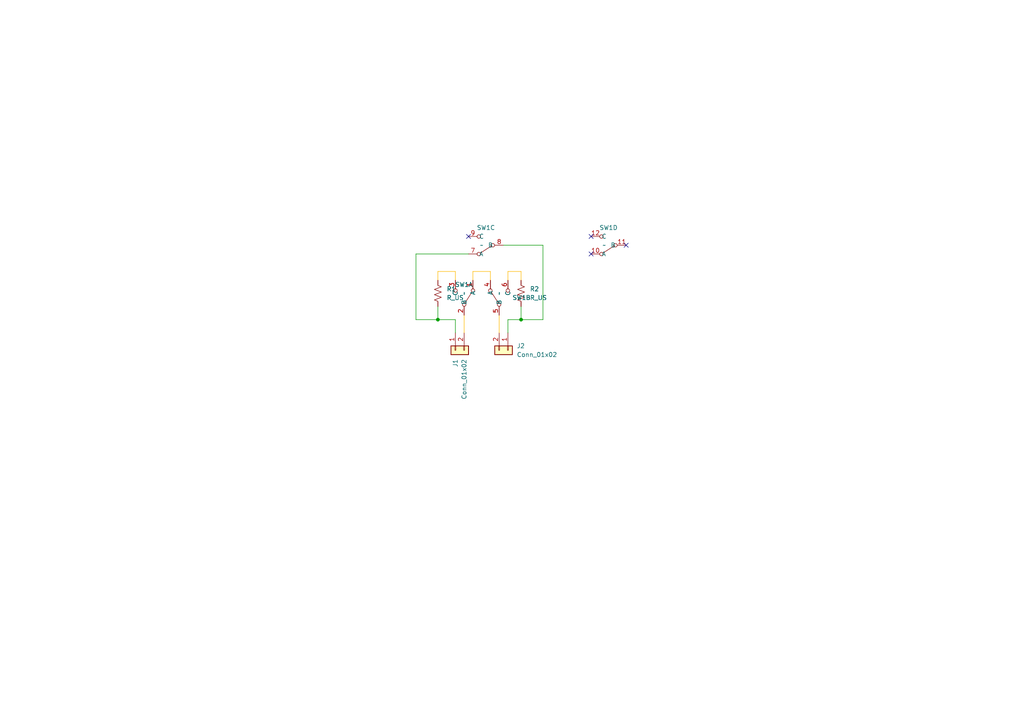
<source format=kicad_sch>
(kicad_sch (version 20230121) (generator eeschema)

  (uuid 110c4012-9f25-459c-a099-b530f2929070)

  (paper "A4")

  (lib_symbols
    (symbol "Connector_Generic:Conn_01x02" (pin_names (offset 1.016) hide) (in_bom yes) (on_board yes)
      (property "Reference" "J" (at 0 2.54 0)
        (effects (font (size 1.27 1.27)))
      )
      (property "Value" "Conn_01x02" (at 0 -5.08 0)
        (effects (font (size 1.27 1.27)))
      )
      (property "Footprint" "" (at 0 0 0)
        (effects (font (size 1.27 1.27)) hide)
      )
      (property "Datasheet" "~" (at 0 0 0)
        (effects (font (size 1.27 1.27)) hide)
      )
      (property "ki_keywords" "connector" (at 0 0 0)
        (effects (font (size 1.27 1.27)) hide)
      )
      (property "ki_description" "Generic connector, single row, 01x02, script generated (kicad-library-utils/schlib/autogen/connector/)" (at 0 0 0)
        (effects (font (size 1.27 1.27)) hide)
      )
      (property "ki_fp_filters" "Connector*:*_1x??_*" (at 0 0 0)
        (effects (font (size 1.27 1.27)) hide)
      )
      (symbol "Conn_01x02_1_1"
        (rectangle (start -1.27 -2.413) (end 0 -2.667)
          (stroke (width 0.1524) (type default))
          (fill (type none))
        )
        (rectangle (start -1.27 0.127) (end 0 -0.127)
          (stroke (width 0.1524) (type default))
          (fill (type none))
        )
        (rectangle (start -1.27 1.27) (end 1.27 -3.81)
          (stroke (width 0.254) (type default))
          (fill (type background))
        )
        (pin passive line (at -5.08 0 0) (length 3.81)
          (name "Pin_1" (effects (font (size 1.27 1.27))))
          (number "1" (effects (font (size 1.27 1.27))))
        )
        (pin passive line (at -5.08 -2.54 0) (length 3.81)
          (name "Pin_2" (effects (font (size 1.27 1.27))))
          (number "2" (effects (font (size 1.27 1.27))))
        )
      )
    )
    (symbol "Device:R_US" (pin_numbers hide) (pin_names (offset 0)) (in_bom yes) (on_board yes)
      (property "Reference" "R" (at 2.54 0 90)
        (effects (font (size 1.27 1.27)))
      )
      (property "Value" "R_US" (at -2.54 0 90)
        (effects (font (size 1.27 1.27)))
      )
      (property "Footprint" "" (at 1.016 -0.254 90)
        (effects (font (size 1.27 1.27)) hide)
      )
      (property "Datasheet" "~" (at 0 0 0)
        (effects (font (size 1.27 1.27)) hide)
      )
      (property "ki_keywords" "R res resistor" (at 0 0 0)
        (effects (font (size 1.27 1.27)) hide)
      )
      (property "ki_description" "Resistor, US symbol" (at 0 0 0)
        (effects (font (size 1.27 1.27)) hide)
      )
      (property "ki_fp_filters" "R_*" (at 0 0 0)
        (effects (font (size 1.27 1.27)) hide)
      )
      (symbol "R_US_0_1"
        (polyline
          (pts
            (xy 0 -2.286)
            (xy 0 -2.54)
          )
          (stroke (width 0) (type default))
          (fill (type none))
        )
        (polyline
          (pts
            (xy 0 2.286)
            (xy 0 2.54)
          )
          (stroke (width 0) (type default))
          (fill (type none))
        )
        (polyline
          (pts
            (xy 0 -0.762)
            (xy 1.016 -1.143)
            (xy 0 -1.524)
            (xy -1.016 -1.905)
            (xy 0 -2.286)
          )
          (stroke (width 0) (type default))
          (fill (type none))
        )
        (polyline
          (pts
            (xy 0 0.762)
            (xy 1.016 0.381)
            (xy 0 0)
            (xy -1.016 -0.381)
            (xy 0 -0.762)
          )
          (stroke (width 0) (type default))
          (fill (type none))
        )
        (polyline
          (pts
            (xy 0 2.286)
            (xy 1.016 1.905)
            (xy 0 1.524)
            (xy -1.016 1.143)
            (xy 0 0.762)
          )
          (stroke (width 0) (type default))
          (fill (type none))
        )
      )
      (symbol "R_US_1_1"
        (pin passive line (at 0 3.81 270) (length 1.27)
          (name "~" (effects (font (size 1.27 1.27))))
          (number "1" (effects (font (size 1.27 1.27))))
        )
        (pin passive line (at 0 -3.81 90) (length 1.27)
          (name "~" (effects (font (size 1.27 1.27))))
          (number "2" (effects (font (size 1.27 1.27))))
        )
      )
    )
    (symbol "Switch:4PDT" (in_bom yes) (on_board yes)
      (property "Reference" "SW" (at 0 5.08 0)
        (effects (font (size 1.27 1.27)))
      )
      (property "Value" "" (at 0 0 0)
        (effects (font (size 1.27 1.27)))
      )
      (property "Footprint" "" (at 0 0 0)
        (effects (font (size 1.27 1.27)) hide)
      )
      (property "Datasheet" "" (at 0 0 0)
        (effects (font (size 1.27 1.27)) hide)
      )
      (property "ki_locked" "" (at 0 0 0)
        (effects (font (size 1.27 1.27)))
      )
      (symbol "4PDT_0_0"
        (circle (center -3.2462 0.0215) (radius 0.508)
          (stroke (width 0) (type default))
          (fill (type none))
        )
        (circle (center 0.8178 -2.5185) (radius 0.508)
          (stroke (width 0) (type default))
          (fill (type none))
        )
      )
      (symbol "4PDT_0_1"
        (polyline
          (pts
            (xy -2.7382 0.2755)
            (xy 0.4368 2.3075)
          )
          (stroke (width 0) (type default))
          (fill (type none))
        )
        (circle (center 0.8178 2.5615) (radius 0.508)
          (stroke (width 0) (type default))
          (fill (type none))
        )
      )
      (symbol "4PDT_1_1"
        (pin passive line (at 3.81 2.54 180) (length 2.54)
          (name "A" (effects (font (size 1.27 1.27))))
          (number "1" (effects (font (size 1.27 1.27))))
        )
        (pin passive line (at -6.35 0 0) (length 2.54)
          (name "B" (effects (font (size 1.27 1.27))))
          (number "2" (effects (font (size 1.27 1.27))))
        )
        (pin passive line (at 3.81 -2.54 180) (length 2.54)
          (name "C" (effects (font (size 1.27 1.27))))
          (number "3" (effects (font (size 1.27 1.27))))
        )
      )
      (symbol "4PDT_2_1"
        (pin passive line (at 3.81 2.54 180) (length 2.54)
          (name "A" (effects (font (size 1.27 1.27))))
          (number "4" (effects (font (size 1.27 1.27))))
        )
        (pin passive line (at -6.35 0 0) (length 2.54)
          (name "B" (effects (font (size 1.27 1.27))))
          (number "5" (effects (font (size 1.27 1.27))))
        )
        (pin passive line (at 3.81 -2.54 180) (length 2.54)
          (name "C" (effects (font (size 1.27 1.27))))
          (number "6" (effects (font (size 1.27 1.27))))
        )
      )
      (symbol "4PDT_3_1"
        (pin passive line (at 3.81 2.54 180) (length 2.54)
          (name "A" (effects (font (size 1.27 1.27))))
          (number "7" (effects (font (size 1.27 1.27))))
        )
        (pin passive line (at -6.35 0 0) (length 2.54)
          (name "B" (effects (font (size 1.27 1.27))))
          (number "8" (effects (font (size 1.27 1.27))))
        )
        (pin passive line (at 3.81 -2.54 180) (length 2.54)
          (name "C" (effects (font (size 1.27 1.27))))
          (number "9" (effects (font (size 1.27 1.27))))
        )
      )
      (symbol "4PDT_4_1"
        (pin passive line (at 3.81 2.54 180) (length 2.54)
          (name "A" (effects (font (size 1.27 1.27))))
          (number "10" (effects (font (size 1.27 1.27))))
        )
        (pin passive line (at -6.35 0 0) (length 2.54)
          (name "B" (effects (font (size 1.27 1.27))))
          (number "11" (effects (font (size 1.27 1.27))))
        )
        (pin passive line (at 3.81 -2.54 180) (length 2.54)
          (name "C" (effects (font (size 1.27 1.27))))
          (number "12" (effects (font (size 1.27 1.27))))
        )
      )
    )
  )

  (junction (at 127 92.71) (diameter 0) (color 0 0 0 0)
    (uuid 043d4e8b-4924-4c84-a8b1-ebe8cd6d968f)
  )
  (junction (at 151.13 92.71) (diameter 0) (color 0 0 0 0)
    (uuid 7782f20c-c152-4d51-9976-73c1ac6578ad)
  )

  (no_connect (at 181.61 71.12) (uuid 6504b62a-e573-4bd3-94c7-fd46d53537a6))
  (no_connect (at 171.45 68.58) (uuid 933daebc-3e98-447d-9e17-8cc690ce053a))
  (no_connect (at 135.89 68.58) (uuid ae8a83db-a047-4b87-849d-e8945738f957))
  (no_connect (at 171.45 73.66) (uuid d353e88c-e87e-4111-b83e-0f242ef86db8))

  (wire (pts (xy 157.48 92.71) (xy 157.48 71.12))
    (stroke (width 0) (type default))
    (uuid 0c552156-74e7-4384-a8bd-feded6fe0202)
  )
  (wire (pts (xy 132.08 92.71) (xy 132.08 96.52))
    (stroke (width 0) (type default))
    (uuid 1335fb90-6ce7-4575-8a35-4b0d7693d274)
  )
  (wire (pts (xy 147.32 78.74) (xy 151.13 78.74))
    (stroke (width 0) (type default) (color 255 185 0 1))
    (uuid 189f193f-edb1-440c-860f-f02ee9a64deb)
  )
  (wire (pts (xy 142.24 78.74) (xy 142.24 81.28))
    (stroke (width 0) (type default) (color 255 185 0 1))
    (uuid 202d7500-00a7-43c5-8158-8852206b6151)
  )
  (wire (pts (xy 127 78.74) (xy 127 81.28))
    (stroke (width 0) (type default) (color 255 185 0 1))
    (uuid 261fb103-9f8e-45f2-94cb-b664a93ee270)
  )
  (wire (pts (xy 144.78 91.44) (xy 144.78 96.52))
    (stroke (width 0) (type default) (color 255 185 0 1))
    (uuid 2e8a6d52-4c28-4277-838a-b8a51b9f13a1)
  )
  (wire (pts (xy 151.13 92.71) (xy 147.32 92.71))
    (stroke (width 0) (type default))
    (uuid 42694b04-be29-49fc-82cf-ec14ca465c87)
  )
  (wire (pts (xy 137.16 81.28) (xy 137.16 78.74))
    (stroke (width 0) (type default) (color 255 185 0 1))
    (uuid 52c05ca8-f951-444b-9dec-f053f9f2771d)
  )
  (wire (pts (xy 151.13 88.9) (xy 151.13 92.71))
    (stroke (width 0) (type default))
    (uuid 6fdfb27a-78d3-4168-bd8d-a5e131120585)
  )
  (wire (pts (xy 120.65 92.71) (xy 127 92.71))
    (stroke (width 0) (type default))
    (uuid 6ff45698-b0e5-4732-9f71-11abc9510def)
  )
  (wire (pts (xy 132.08 78.74) (xy 127 78.74))
    (stroke (width 0) (type default) (color 255 185 0 1))
    (uuid 705b9691-c038-42c6-bfeb-b4466694ada4)
  )
  (wire (pts (xy 137.16 78.74) (xy 142.24 78.74))
    (stroke (width 0) (type default) (color 255 185 0 1))
    (uuid 79df9d2d-c255-497b-acac-113d96b10a4f)
  )
  (wire (pts (xy 127 92.71) (xy 132.08 92.71))
    (stroke (width 0) (type default))
    (uuid 829b5b74-da02-461d-9753-9dd4f9cfafcd)
  )
  (wire (pts (xy 151.13 78.74) (xy 151.13 81.28))
    (stroke (width 0) (type default) (color 255 185 0 1))
    (uuid 837367c7-f702-43c7-93ce-f03c44720a48)
  )
  (wire (pts (xy 147.32 81.28) (xy 147.32 78.74))
    (stroke (width 0) (type default) (color 255 185 0 1))
    (uuid 87ea1e07-9861-4cd2-8ea0-76671ce4feaa)
  )
  (wire (pts (xy 134.62 91.44) (xy 134.62 96.52))
    (stroke (width 0) (type default) (color 255 185 0 1))
    (uuid a805484b-da3b-4ebe-893b-e0b114a98d58)
  )
  (wire (pts (xy 151.13 92.71) (xy 157.48 92.71))
    (stroke (width 0) (type default))
    (uuid b5b9ce84-0e0b-4de7-b4a9-02c7d715412e)
  )
  (wire (pts (xy 127 88.9) (xy 127 92.71))
    (stroke (width 0) (type default))
    (uuid cb5390c5-56bc-4a27-9503-89e714b13e36)
  )
  (wire (pts (xy 120.65 73.66) (xy 120.65 92.71))
    (stroke (width 0) (type default))
    (uuid d3e98554-259e-45d4-9b88-cc06ae579787)
  )
  (wire (pts (xy 135.89 73.66) (xy 120.65 73.66))
    (stroke (width 0) (type default))
    (uuid e276ddba-f06f-400c-92ea-151126c80324)
  )
  (wire (pts (xy 157.48 71.12) (xy 146.05 71.12))
    (stroke (width 0) (type default))
    (uuid e6010895-0758-4531-81ed-1c6ca92dc4db)
  )
  (wire (pts (xy 147.32 92.71) (xy 147.32 96.52))
    (stroke (width 0) (type default))
    (uuid f5035fda-d2b7-4036-96ab-7b33266155a0)
  )
  (wire (pts (xy 132.08 81.28) (xy 132.08 78.74))
    (stroke (width 0) (type default) (color 255 185 0 1))
    (uuid fdda9ccb-c5cd-4aef-bd26-9455f7335eb5)
  )

  (symbol (lib_id "Connector_Generic:Conn_01x02") (at 147.32 101.6 270) (unit 1)
    (in_bom yes) (on_board yes) (dnp no) (fields_autoplaced)
    (uuid 8f3ab311-2307-490e-a6c9-6958fcfbd960)
    (property "Reference" "J2" (at 149.86 100.33 90)
      (effects (font (size 1.27 1.27)) (justify left))
    )
    (property "Value" "Conn_01x02" (at 149.86 102.87 90)
      (effects (font (size 1.27 1.27)) (justify left))
    )
    (property "Footprint" "Library:WirePad" (at 147.32 101.6 0)
      (effects (font (size 1.27 1.27)) hide)
    )
    (property "Datasheet" "~" (at 147.32 101.6 0)
      (effects (font (size 1.27 1.27)) hide)
    )
    (pin "1" (uuid f565b4c8-d35d-4b82-84a1-48bc93689add))
    (pin "2" (uuid 428c6312-2b7f-4793-a460-1cb781d1936d))
    (instances
      (project "CANBUShub"
        (path "/110c4012-9f25-459c-a099-b530f2929070"
          (reference "J2") (unit 1)
        )
      )
    )
  )

  (symbol (lib_id "Device:R_US") (at 151.13 85.09 0) (unit 1)
    (in_bom yes) (on_board yes) (dnp no) (fields_autoplaced)
    (uuid 958ce5f5-6a81-4048-b0f1-6e89c8b4ad9c)
    (property "Reference" "R2" (at 153.67 83.82 0)
      (effects (font (size 1.27 1.27)) (justify left))
    )
    (property "Value" "R_US" (at 153.67 86.36 0)
      (effects (font (size 1.27 1.27)) (justify left))
    )
    (property "Footprint" "Resistor_THT:R_Axial_DIN0204_L3.6mm_D1.6mm_P7.62mm_Horizontal" (at 152.146 85.344 90)
      (effects (font (size 1.27 1.27)) hide)
    )
    (property "Datasheet" "~" (at 151.13 85.09 0)
      (effects (font (size 1.27 1.27)) hide)
    )
    (pin "1" (uuid f99b8c97-4b2d-4af9-9993-119d80659c68))
    (pin "2" (uuid 1a761ef7-ff7c-4ed6-828a-eb067e73bed9))
    (instances
      (project "CANBUShub"
        (path "/110c4012-9f25-459c-a099-b530f2929070"
          (reference "R2") (unit 1)
        )
      )
    )
  )

  (symbol (lib_id "Switch:4PDT") (at 139.7 71.12 180) (unit 3)
    (in_bom yes) (on_board yes) (dnp no) (fields_autoplaced)
    (uuid 9b0624bf-d75e-4f8b-ab7c-852ba7ee218b)
    (property "Reference" "SW1" (at 140.9421 66.04 0)
      (effects (font (size 1.27 1.27)))
    )
    (property "Value" "~" (at 139.7 71.12 0)
      (effects (font (size 1.27 1.27)))
    )
    (property "Footprint" "Library:4PDTThing" (at 139.7 71.12 0)
      (effects (font (size 1.27 1.27)) hide)
    )
    (property "Datasheet" "" (at 139.7 71.12 0)
      (effects (font (size 1.27 1.27)) hide)
    )
    (pin "1" (uuid c9ebfe0a-3109-4d3e-89cd-020fcc727fb1))
    (pin "2" (uuid b8dba1ac-89d0-47e8-ba18-8a4509d8d3a5))
    (pin "3" (uuid 2a36ce0f-3909-46fc-a843-32cc50f9ba58))
    (pin "4" (uuid eda430d9-2022-4ef2-9520-123050af594a))
    (pin "5" (uuid ced570b7-c05c-489c-8a20-586917ce8606))
    (pin "6" (uuid 3730cf48-ce41-459f-be67-3066f901cfd2))
    (pin "7" (uuid 5cbc42be-0dba-43c3-8f07-b4e7dd810e34))
    (pin "8" (uuid 1fd6c948-9d64-4ba5-bb4f-9f8d5b878576))
    (pin "9" (uuid 47df5a3a-a43d-4490-9ccc-9945c4170143))
    (pin "10" (uuid cca55920-7ad1-4b09-9a7c-6eda2561139b))
    (pin "11" (uuid 8b0899f5-8186-45be-8e4b-006d50f198a4))
    (pin "12" (uuid 5ebd0b99-822a-491b-bde9-c7cb6d48da6b))
    (instances
      (project "CANBUShub"
        (path "/110c4012-9f25-459c-a099-b530f2929070"
          (reference "SW1") (unit 3)
        )
      )
    )
  )

  (symbol (lib_id "Switch:4PDT") (at 134.62 85.09 270) (mirror x) (unit 1)
    (in_bom yes) (on_board yes) (dnp no)
    (uuid a1eb0115-f56f-4a7b-9c99-ddd464cc9a50)
    (property "Reference" "SW1" (at 137.16 82.55 90)
      (effects (font (size 1.27 1.27)) (justify right))
    )
    (property "Value" "~" (at 134.62 85.09 0)
      (effects (font (size 1.27 1.27)))
    )
    (property "Footprint" "Library:4PDTThing" (at 134.62 85.09 0)
      (effects (font (size 1.27 1.27)) hide)
    )
    (property "Datasheet" "" (at 134.62 85.09 0)
      (effects (font (size 1.27 1.27)) hide)
    )
    (pin "1" (uuid 61f03a25-56e5-41fa-bb65-2cc9fe690468))
    (pin "2" (uuid 2c116552-6c24-4ebb-85bf-2849464e9fda))
    (pin "3" (uuid 8fa6759f-960e-438b-bc72-7a12a62622bf))
    (pin "4" (uuid 7a1b2fd9-50df-4321-843d-2a65448633dc))
    (pin "5" (uuid 511c7469-03da-4988-804b-cbd3729e199c))
    (pin "6" (uuid f6ed6b00-a54c-4edf-b6bd-80921a9053b2))
    (pin "7" (uuid ee76b98b-0dea-4799-b598-9e070215e301))
    (pin "8" (uuid 94264242-d98d-425a-9c78-52dca068219c))
    (pin "9" (uuid 606399ee-c3b6-4dea-92ba-48eeb84b489b))
    (pin "10" (uuid 960234e2-b4c0-4fdf-84fd-684eb8d37d84))
    (pin "11" (uuid 40e80b78-6492-47aa-b954-869c1e035489))
    (pin "12" (uuid fdc1b238-3300-4a68-bf01-84f308b7af75))
    (instances
      (project "CANBUShub"
        (path "/110c4012-9f25-459c-a099-b530f2929070"
          (reference "SW1") (unit 1)
        )
      )
    )
  )

  (symbol (lib_id "Switch:4PDT") (at 175.26 71.12 180) (unit 4)
    (in_bom yes) (on_board yes) (dnp no) (fields_autoplaced)
    (uuid a24bf39b-0fe0-471b-bca2-bab451e273f4)
    (property "Reference" "SW1" (at 176.5021 66.04 0)
      (effects (font (size 1.27 1.27)))
    )
    (property "Value" "~" (at 175.26 71.12 0)
      (effects (font (size 1.27 1.27)))
    )
    (property "Footprint" "Library:4PDTThing" (at 175.26 71.12 0)
      (effects (font (size 1.27 1.27)) hide)
    )
    (property "Datasheet" "" (at 175.26 71.12 0)
      (effects (font (size 1.27 1.27)) hide)
    )
    (pin "1" (uuid 1e7c55f4-10e4-459d-ba32-a6d56531b910))
    (pin "2" (uuid 4deb0af5-712c-4a03-a78d-797d2391e5f8))
    (pin "3" (uuid 7cb8a020-54e0-4d0e-81c9-0748536e7365))
    (pin "4" (uuid cc3d912c-7962-4aaa-aa11-114b934aebe4))
    (pin "5" (uuid 31fa941e-2e3f-4904-92f4-10f88489a502))
    (pin "6" (uuid 47a500d9-732a-460b-86ed-2c25aa4e5b15))
    (pin "7" (uuid 5ebd27a7-d31d-4cd4-8f2a-82a71d85b725))
    (pin "8" (uuid 70bfc838-b375-406d-b5d6-8824767a127d))
    (pin "9" (uuid db24fa9b-5002-46a7-809d-8072282b9b6a))
    (pin "10" (uuid 4494a8f2-a903-4912-ad74-b2bd6667624e))
    (pin "11" (uuid ebd60837-4a19-4254-80c4-77127b52774e))
    (pin "12" (uuid b264b93c-d3ee-4c1f-b66a-1a68ddfdcb43))
    (instances
      (project "CANBUShub"
        (path "/110c4012-9f25-459c-a099-b530f2929070"
          (reference "SW1") (unit 4)
        )
      )
    )
  )

  (symbol (lib_id "Device:R_US") (at 127 85.09 0) (unit 1)
    (in_bom yes) (on_board yes) (dnp no) (fields_autoplaced)
    (uuid dbc477ea-01aa-4fc0-bfe1-d9bb70fd1526)
    (property "Reference" "R1" (at 129.54 83.82 0)
      (effects (font (size 1.27 1.27)) (justify left))
    )
    (property "Value" "R_US" (at 129.54 86.36 0)
      (effects (font (size 1.27 1.27)) (justify left))
    )
    (property "Footprint" "Resistor_THT:R_Axial_DIN0204_L3.6mm_D1.6mm_P7.62mm_Horizontal" (at 128.016 85.344 90)
      (effects (font (size 1.27 1.27)) hide)
    )
    (property "Datasheet" "~" (at 127 85.09 0)
      (effects (font (size 1.27 1.27)) hide)
    )
    (pin "1" (uuid 78244df9-38ce-4a33-8da3-7becc5a5c9e5))
    (pin "2" (uuid 4b3f7ac8-b690-4cca-aae4-fd3f1ce1c6d1))
    (instances
      (project "CANBUShub"
        (path "/110c4012-9f25-459c-a099-b530f2929070"
          (reference "R1") (unit 1)
        )
      )
    )
  )

  (symbol (lib_id "Connector_Generic:Conn_01x02") (at 132.08 101.6 90) (mirror x) (unit 1)
    (in_bom yes) (on_board yes) (dnp no)
    (uuid ef6e567a-c39a-4ac4-b791-956ed9808185)
    (property "Reference" "J1" (at 132.08 104.14 0)
      (effects (font (size 1.27 1.27)) (justify left))
    )
    (property "Value" "Conn_01x02" (at 134.62 104.14 0)
      (effects (font (size 1.27 1.27)) (justify left))
    )
    (property "Footprint" "Library:WirePad" (at 132.08 101.6 0)
      (effects (font (size 1.27 1.27)) hide)
    )
    (property "Datasheet" "~" (at 132.08 101.6 0)
      (effects (font (size 1.27 1.27)) hide)
    )
    (pin "1" (uuid d4ea2fc7-6188-4f06-a8e9-4cafe6c03a15))
    (pin "2" (uuid ef255b4a-9b0f-4c15-ad2c-51e7efac2a88))
    (instances
      (project "CANBUShub"
        (path "/110c4012-9f25-459c-a099-b530f2929070"
          (reference "J1") (unit 1)
        )
      )
    )
  )

  (symbol (lib_id "Switch:4PDT") (at 144.78 85.09 90) (unit 2)
    (in_bom yes) (on_board yes) (dnp no) (fields_autoplaced)
    (uuid f25c2e41-2ebc-4cc0-8be2-8ded9b69281c)
    (property "Reference" "SW1" (at 148.59 86.3321 90)
      (effects (font (size 1.27 1.27)) (justify right))
    )
    (property "Value" "~" (at 144.78 85.09 0)
      (effects (font (size 1.27 1.27)))
    )
    (property "Footprint" "Library:4PDTThing" (at 144.78 85.09 0)
      (effects (font (size 1.27 1.27)) hide)
    )
    (property "Datasheet" "" (at 144.78 85.09 0)
      (effects (font (size 1.27 1.27)) hide)
    )
    (pin "1" (uuid e05910c0-5c07-4961-93bf-3e0d241534bd))
    (pin "2" (uuid a8495fbc-4487-49d3-84c7-f99807449c70))
    (pin "3" (uuid af5857c5-4885-4db3-a962-17f8c9706b49))
    (pin "4" (uuid 18b41a80-e04b-4517-85c4-9f4e176aac80))
    (pin "5" (uuid e67998ec-950d-44b5-87d8-0f6c716ea36f))
    (pin "6" (uuid b4a0dabc-4fb6-453f-af88-9d6abd5131c1))
    (pin "7" (uuid 32b8ed45-4452-49d1-82c2-44f2a394e22d))
    (pin "8" (uuid e653afee-46bf-494b-8925-8d17cd8a7a3d))
    (pin "9" (uuid db47a057-f554-481c-97ea-1fc9c0354044))
    (pin "10" (uuid c70baae7-14ed-4a7a-b834-2b4641ab3c62))
    (pin "11" (uuid 6bdea3e1-3d1a-441c-8e06-0a0b418dc5b3))
    (pin "12" (uuid c33a63c0-62b0-4479-b58c-c9893f2f816e))
    (instances
      (project "CANBUShub"
        (path "/110c4012-9f25-459c-a099-b530f2929070"
          (reference "SW1") (unit 2)
        )
      )
    )
  )

  (sheet_instances
    (path "/" (page "1"))
  )
)

</source>
